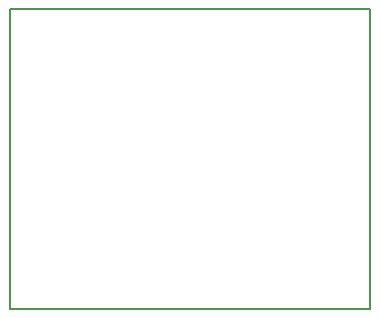
<source format=gbr>
G04 #@! TF.FileFunction,Profile,NP*
%FSLAX46Y46*%
G04 Gerber Fmt 4.6, Leading zero omitted, Abs format (unit mm)*
G04 Created by KiCad (PCBNEW 4.0.6) date Sunday, April 23, 2017 'PMt' 08:37:29 PM*
%MOMM*%
%LPD*%
G01*
G04 APERTURE LIST*
%ADD10C,2.000000*%
%ADD11C,0.150000*%
G04 APERTURE END LIST*
D10*
D11*
X139700000Y-127000000D02*
X139700000Y-101600000D01*
X170180000Y-127000000D02*
X139700000Y-127000000D01*
X170180000Y-101600000D02*
X170180000Y-127000000D01*
X139700000Y-101600000D02*
X170180000Y-101600000D01*
M02*

</source>
